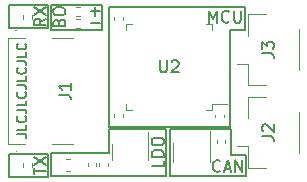
<source format=gbr>
%TF.GenerationSoftware,KiCad,Pcbnew,(6.0.8)*%
%TF.CreationDate,2022-11-02T12:38:53+08:00*%
%TF.ProjectId,usb2can_pcb,75736232-6361-46e5-9f70-63622e6b6963,rev?*%
%TF.SameCoordinates,Original*%
%TF.FileFunction,Legend,Top*%
%TF.FilePolarity,Positive*%
%FSLAX46Y46*%
G04 Gerber Fmt 4.6, Leading zero omitted, Abs format (unit mm)*
G04 Created by KiCad (PCBNEW (6.0.8)) date 2022-11-02 12:38:53*
%MOMM*%
%LPD*%
G01*
G04 APERTURE LIST*
%ADD10C,0.150000*%
%ADD11C,0.120000*%
%ADD12C,0.100000*%
G04 APERTURE END LIST*
D10*
X39776400Y-67830700D02*
X39776400Y-67970400D01*
X47650400Y-53390800D02*
X47650400Y-53568600D01*
X43078400Y-53390800D02*
X39776400Y-53390800D01*
X43281600Y-53568600D02*
X43281600Y-55524400D01*
X59791599Y-66090800D02*
X58521600Y-66090800D01*
X43078400Y-67970400D02*
X43078400Y-67830700D01*
X48209200Y-63957200D02*
X48209200Y-65938400D01*
X43078400Y-66040000D02*
X43078400Y-67830700D01*
X43281599Y-67868800D02*
X43281600Y-65938400D01*
X48209200Y-53594000D02*
X48209200Y-63754000D01*
X53035200Y-67868800D02*
X43281599Y-67868800D01*
X43078400Y-53568600D02*
X43078400Y-55372000D01*
X43281600Y-53390800D02*
X43281600Y-53568600D01*
X43078400Y-66040000D02*
X39776400Y-66040000D01*
X58521600Y-66090800D02*
X58521600Y-63906400D01*
X48209200Y-63754000D02*
X58470800Y-63754000D01*
X53035200Y-63957200D02*
X53035200Y-67868800D01*
X39776400Y-67970400D02*
X43078400Y-67970400D01*
X39776400Y-66040000D02*
X39776400Y-67830700D01*
X58521600Y-63906400D02*
X53340000Y-63906400D01*
X59740800Y-53594000D02*
X59740800Y-55524400D01*
X39776400Y-53568600D02*
X39776400Y-55372000D01*
X39776400Y-53390800D02*
X39776400Y-53568600D01*
X59740800Y-55524400D02*
X58470800Y-55524400D01*
X53340000Y-67868800D02*
X59791600Y-67868800D01*
X43078400Y-55372000D02*
X39776400Y-55372000D01*
X59791600Y-67868800D02*
X59791599Y-66090800D01*
X43078400Y-53390800D02*
X43078400Y-53568600D01*
X43281600Y-53390800D02*
X47650400Y-53390800D01*
X47650400Y-53568600D02*
X47650400Y-55524400D01*
X53340000Y-63906400D02*
X53340000Y-67868800D01*
X59740800Y-53594000D02*
X48209200Y-53594000D01*
X47650400Y-55524400D02*
X43281600Y-55524400D01*
X53035200Y-63957200D02*
X48209200Y-63957200D01*
X48209200Y-65938400D02*
X43281600Y-65938400D01*
X58470800Y-63754000D02*
X58470800Y-55524400D01*
X41870380Y-67767104D02*
X41870380Y-67195676D01*
X42870380Y-67481390D02*
X41870380Y-67481390D01*
X41870380Y-66957580D02*
X42870380Y-66290914D01*
X41870380Y-66290914D02*
X42870380Y-66957580D01*
X57624742Y-67463942D02*
X57577123Y-67511561D01*
X57434266Y-67559180D01*
X57339028Y-67559180D01*
X57196171Y-67511561D01*
X57100933Y-67416323D01*
X57053314Y-67321085D01*
X57005695Y-67130609D01*
X57005695Y-66987752D01*
X57053314Y-66797276D01*
X57100933Y-66702038D01*
X57196171Y-66606800D01*
X57339028Y-66559180D01*
X57434266Y-66559180D01*
X57577123Y-66606800D01*
X57624742Y-66654419D01*
X58005695Y-67273466D02*
X58481885Y-67273466D01*
X57910457Y-67559180D02*
X58243790Y-66559180D01*
X58577123Y-67559180D01*
X58910457Y-67559180D02*
X58910457Y-66559180D01*
X59481885Y-67559180D01*
X59481885Y-66559180D01*
X40405104Y-64350438D02*
X40976533Y-64350438D01*
X41090819Y-64388533D01*
X41167009Y-64464723D01*
X41205104Y-64579009D01*
X41205104Y-64655200D01*
X41205104Y-63588533D02*
X41205104Y-63969485D01*
X40405104Y-63969485D01*
X41128914Y-62864723D02*
X41167009Y-62902819D01*
X41205104Y-63017104D01*
X41205104Y-63093295D01*
X41167009Y-63207580D01*
X41090819Y-63283771D01*
X41014628Y-63321866D01*
X40862247Y-63359961D01*
X40747961Y-63359961D01*
X40595580Y-63321866D01*
X40519390Y-63283771D01*
X40443200Y-63207580D01*
X40405104Y-63093295D01*
X40405104Y-63017104D01*
X40443200Y-62902819D01*
X40481295Y-62864723D01*
X40405104Y-62293295D02*
X40976533Y-62293295D01*
X41090819Y-62331390D01*
X41167009Y-62407580D01*
X41205104Y-62521866D01*
X41205104Y-62598057D01*
X41205104Y-61531390D02*
X41205104Y-61912342D01*
X40405104Y-61912342D01*
X41128914Y-60807580D02*
X41167009Y-60845676D01*
X41205104Y-60959961D01*
X41205104Y-61036152D01*
X41167009Y-61150438D01*
X41090819Y-61226628D01*
X41014628Y-61264723D01*
X40862247Y-61302819D01*
X40747961Y-61302819D01*
X40595580Y-61264723D01*
X40519390Y-61226628D01*
X40443200Y-61150438D01*
X40405104Y-61036152D01*
X40405104Y-60959961D01*
X40443200Y-60845676D01*
X40481295Y-60807580D01*
X40405104Y-60236152D02*
X40976533Y-60236152D01*
X41090819Y-60274247D01*
X41167009Y-60350438D01*
X41205104Y-60464723D01*
X41205104Y-60540914D01*
X41205104Y-59474247D02*
X41205104Y-59855200D01*
X40405104Y-59855200D01*
X41128914Y-58750438D02*
X41167009Y-58788533D01*
X41205104Y-58902819D01*
X41205104Y-58979009D01*
X41167009Y-59093295D01*
X41090819Y-59169485D01*
X41014628Y-59207580D01*
X40862247Y-59245676D01*
X40747961Y-59245676D01*
X40595580Y-59207580D01*
X40519390Y-59169485D01*
X40443200Y-59093295D01*
X40405104Y-58979009D01*
X40405104Y-58902819D01*
X40443200Y-58788533D01*
X40481295Y-58750438D01*
X40405104Y-58179009D02*
X40976533Y-58179009D01*
X41090819Y-58217104D01*
X41167009Y-58293295D01*
X41205104Y-58407580D01*
X41205104Y-58483771D01*
X41205104Y-57417104D02*
X41205104Y-57798057D01*
X40405104Y-57798057D01*
X41128914Y-56693295D02*
X41167009Y-56731390D01*
X41205104Y-56845676D01*
X41205104Y-56921866D01*
X41167009Y-57036152D01*
X41090819Y-57112342D01*
X41014628Y-57150438D01*
X40862247Y-57188533D01*
X40747961Y-57188533D01*
X40595580Y-57150438D01*
X40519390Y-57112342D01*
X40443200Y-57036152D01*
X40405104Y-56921866D01*
X40405104Y-56845676D01*
X40443200Y-56731390D01*
X40481295Y-56693295D01*
X43972171Y-54909980D02*
X44019790Y-54767123D01*
X44067409Y-54719504D01*
X44162647Y-54671885D01*
X44305504Y-54671885D01*
X44400742Y-54719504D01*
X44448361Y-54767123D01*
X44495980Y-54862361D01*
X44495980Y-55243314D01*
X43495980Y-55243314D01*
X43495980Y-54909980D01*
X43543600Y-54814742D01*
X43591219Y-54767123D01*
X43686457Y-54719504D01*
X43781695Y-54719504D01*
X43876933Y-54767123D01*
X43924552Y-54814742D01*
X43972171Y-54909980D01*
X43972171Y-55243314D01*
X43495980Y-54052838D02*
X43495980Y-53862361D01*
X43543600Y-53767123D01*
X43638838Y-53671885D01*
X43829314Y-53624266D01*
X44162647Y-53624266D01*
X44353123Y-53671885D01*
X44448361Y-53767123D01*
X44495980Y-53862361D01*
X44495980Y-54052838D01*
X44448361Y-54148076D01*
X44353123Y-54243314D01*
X44162647Y-54290933D01*
X43829314Y-54290933D01*
X43638838Y-54243314D01*
X43543600Y-54148076D01*
X43495980Y-54052838D01*
X46659847Y-54935428D02*
X47421752Y-54935428D01*
X52827180Y-66601885D02*
X52827180Y-67078076D01*
X51827180Y-67078076D01*
X52827180Y-66268552D02*
X51827180Y-66268552D01*
X51827180Y-66030457D01*
X51874800Y-65887600D01*
X51970038Y-65792361D01*
X52065276Y-65744742D01*
X52255752Y-65697123D01*
X52398609Y-65697123D01*
X52589085Y-65744742D01*
X52684323Y-65792361D01*
X52779561Y-65887600D01*
X52827180Y-66030457D01*
X52827180Y-66268552D01*
X51827180Y-65078076D02*
X51827180Y-64887600D01*
X51874800Y-64792361D01*
X51970038Y-64697123D01*
X52160514Y-64649504D01*
X52493847Y-64649504D01*
X52684323Y-64697123D01*
X52779561Y-64792361D01*
X52827180Y-64887600D01*
X52827180Y-65078076D01*
X52779561Y-65173314D01*
X52684323Y-65268552D01*
X52493847Y-65316171D01*
X52160514Y-65316171D01*
X51970038Y-65268552D01*
X51874800Y-65173314D01*
X51827180Y-65078076D01*
X56656457Y-54909980D02*
X56656457Y-53909980D01*
X56989790Y-54624266D01*
X57323123Y-53909980D01*
X57323123Y-54909980D01*
X58370742Y-54814742D02*
X58323123Y-54862361D01*
X58180266Y-54909980D01*
X58085028Y-54909980D01*
X57942171Y-54862361D01*
X57846933Y-54767123D01*
X57799314Y-54671885D01*
X57751695Y-54481409D01*
X57751695Y-54338552D01*
X57799314Y-54148076D01*
X57846933Y-54052838D01*
X57942171Y-53957600D01*
X58085028Y-53909980D01*
X58180266Y-53909980D01*
X58323123Y-53957600D01*
X58370742Y-54005219D01*
X58799314Y-53909980D02*
X58799314Y-54719504D01*
X58846933Y-54814742D01*
X58894552Y-54862361D01*
X58989790Y-54909980D01*
X59180266Y-54909980D01*
X59275504Y-54862361D01*
X59323123Y-54814742D01*
X59370742Y-54719504D01*
X59370742Y-53909980D01*
X46659847Y-53970228D02*
X47421752Y-53970228D01*
X47040800Y-54351180D02*
X47040800Y-53589276D01*
X42870380Y-54573466D02*
X42394190Y-54906800D01*
X42870380Y-55144895D02*
X41870380Y-55144895D01*
X41870380Y-54763942D01*
X41918000Y-54668704D01*
X41965619Y-54621085D01*
X42060857Y-54573466D01*
X42203714Y-54573466D01*
X42298952Y-54621085D01*
X42346571Y-54668704D01*
X42394190Y-54763942D01*
X42394190Y-55144895D01*
X41870380Y-54240133D02*
X42870380Y-53573466D01*
X41870380Y-53573466D02*
X42870380Y-54240133D01*
%TO.C,J1*%
X43953180Y-61039333D02*
X44667466Y-61039333D01*
X44810323Y-61086952D01*
X44905561Y-61182190D01*
X44953180Y-61325047D01*
X44953180Y-61420285D01*
X44953180Y-60039333D02*
X44953180Y-60610761D01*
X44953180Y-60325047D02*
X43953180Y-60325047D01*
X44096038Y-60420285D01*
X44191276Y-60515523D01*
X44238895Y-60610761D01*
%TO.C,J2*%
X61174380Y-64544533D02*
X61888666Y-64544533D01*
X62031523Y-64592152D01*
X62126761Y-64687390D01*
X62174380Y-64830247D01*
X62174380Y-64925485D01*
X61269619Y-64115961D02*
X61222000Y-64068342D01*
X61174380Y-63973104D01*
X61174380Y-63735009D01*
X61222000Y-63639771D01*
X61269619Y-63592152D01*
X61364857Y-63544533D01*
X61460095Y-63544533D01*
X61602952Y-63592152D01*
X62174380Y-64163580D01*
X62174380Y-63544533D01*
%TO.C,U2*%
X52527295Y-58126380D02*
X52527295Y-58935904D01*
X52574914Y-59031142D01*
X52622533Y-59078761D01*
X52717771Y-59126380D01*
X52908247Y-59126380D01*
X53003485Y-59078761D01*
X53051104Y-59031142D01*
X53098723Y-58935904D01*
X53098723Y-58126380D01*
X53527295Y-58221619D02*
X53574914Y-58174000D01*
X53670152Y-58126380D01*
X53908247Y-58126380D01*
X54003485Y-58174000D01*
X54051104Y-58221619D01*
X54098723Y-58316857D01*
X54098723Y-58412095D01*
X54051104Y-58554952D01*
X53479676Y-59126380D01*
X54098723Y-59126380D01*
%TO.C,J3*%
X61174380Y-57534133D02*
X61888666Y-57534133D01*
X62031523Y-57581752D01*
X62126761Y-57676990D01*
X62174380Y-57819847D01*
X62174380Y-57915085D01*
X61174380Y-57153180D02*
X61174380Y-56534133D01*
X61555333Y-56867466D01*
X61555333Y-56724609D01*
X61602952Y-56629371D01*
X61650571Y-56581752D01*
X61745809Y-56534133D01*
X61983904Y-56534133D01*
X62079142Y-56581752D01*
X62126761Y-56629371D01*
X62174380Y-56724609D01*
X62174380Y-57010323D01*
X62126761Y-57105561D01*
X62079142Y-57153180D01*
D11*
%TO.C,R3*%
X45413959Y-54585600D02*
X45721241Y-54585600D01*
X45413959Y-55345600D02*
X45721241Y-55345600D01*
%TO.C,C3*%
X48112000Y-67062236D02*
X48112000Y-66846564D01*
X47392000Y-67062236D02*
X47392000Y-66846564D01*
%TO.C,J1*%
X39660800Y-65176000D02*
X41120800Y-65176000D01*
X39660800Y-56236000D02*
X41120800Y-56236000D01*
X39660800Y-65176000D02*
X39660800Y-56236000D01*
X45170800Y-65176000D02*
X43370800Y-65176000D01*
X45170800Y-56236000D02*
X43370800Y-56236000D01*
%TO.C,J2*%
X61462000Y-61226200D02*
X60012000Y-61226200D01*
X60012000Y-61226200D02*
X60012000Y-63026200D01*
X60012000Y-65396200D02*
X59022000Y-65396200D01*
X61462000Y-67196200D02*
X60012000Y-67196200D01*
X64282000Y-65926200D02*
X64282000Y-62496200D01*
X60012000Y-67196200D02*
X60012000Y-65396200D01*
%TO.C,U2*%
X49679200Y-55064000D02*
X49679200Y-55514000D01*
X50129200Y-62284000D02*
X49679200Y-62284000D01*
X56449200Y-62284000D02*
X56899200Y-62284000D01*
X50129200Y-55064000D02*
X49679200Y-55064000D01*
X56899200Y-62284000D02*
X56899200Y-61834000D01*
X56899200Y-55064000D02*
X56899200Y-55514000D01*
X49679200Y-62284000D02*
X49679200Y-61834000D01*
X56899200Y-61834000D02*
X58189200Y-61834000D01*
X56449200Y-55064000D02*
X56899200Y-55064000D01*
%TO.C,F1*%
X44917579Y-66444400D02*
X44592021Y-66444400D01*
X44917579Y-67464400D02*
X44592021Y-67464400D01*
%TO.C,U1*%
X51547200Y-65887600D02*
X51547200Y-64212600D01*
X51547200Y-65887600D02*
X51547200Y-66537600D01*
X48427200Y-65887600D02*
X48427200Y-66537600D01*
X48427200Y-65887600D02*
X48427200Y-65237600D01*
%TO.C,C1*%
X48662000Y-54451364D02*
X48662000Y-54667036D01*
X49382000Y-54451364D02*
X49382000Y-54667036D01*
%TO.C,J3*%
X61462000Y-54215800D02*
X60012000Y-54215800D01*
X60012000Y-54215800D02*
X60012000Y-56015800D01*
X61462000Y-60185800D02*
X60012000Y-60185800D01*
X60012000Y-58385800D02*
X59022000Y-58385800D01*
X60012000Y-60185800D02*
X60012000Y-58385800D01*
X64282000Y-58915800D02*
X64282000Y-55485800D01*
%TO.C,C5*%
X57348800Y-64865364D02*
X57348800Y-65081036D01*
X58068800Y-64865364D02*
X58068800Y-65081036D01*
D12*
%TO.C,D2*%
X40385200Y-65864400D02*
G75*
G03*
X40385200Y-65864400I-50000J0D01*
G01*
%TO.C,D1*%
X40385200Y-55547600D02*
G75*
G03*
X40385200Y-55547600I-50000J0D01*
G01*
D11*
%TO.C,C2*%
X46426800Y-66846564D02*
X46426800Y-67062236D01*
X47146800Y-66846564D02*
X47146800Y-67062236D01*
%TO.C,R4*%
X41680400Y-54611241D02*
X41680400Y-54303959D01*
X40920400Y-54611241D02*
X40920400Y-54303959D01*
%TO.C,U3*%
X56779600Y-65887600D02*
X56779600Y-64087600D01*
X53659600Y-65887600D02*
X53659600Y-66687600D01*
X53659600Y-65887600D02*
X53659600Y-65087600D01*
X56779600Y-65887600D02*
X56779600Y-66687600D01*
%TO.C,R1*%
X45721241Y-54380400D02*
X45413959Y-54380400D01*
X45721241Y-53620400D02*
X45413959Y-53620400D01*
%TO.C,R5*%
X41680400Y-66800759D02*
X41680400Y-67108041D01*
X40920400Y-66800759D02*
X40920400Y-67108041D01*
%TO.C,C4*%
X57196400Y-62703764D02*
X57196400Y-62919436D01*
X57916400Y-62703764D02*
X57916400Y-62919436D01*
%TO.C,R2*%
X49402000Y-62942441D02*
X49402000Y-62635159D01*
X48642000Y-62942441D02*
X48642000Y-62635159D01*
%TD*%
M02*

</source>
